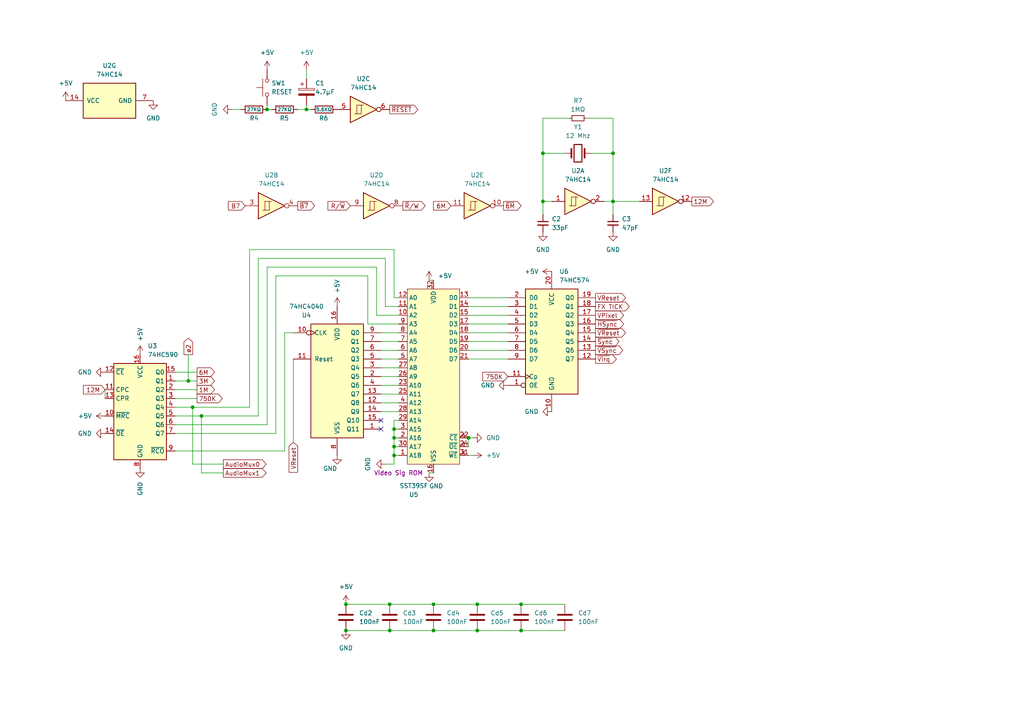
<source format=kicad_sch>
(kicad_sch (version 20230121) (generator eeschema)
  (paper "A4")
  (title_block (title "Clock and Reset"))
  (lib_symbols
    (symbol "4xxx:4040" (pin_names (offset 1.016))
      (property "Reference" "U" (at -7.62 16.51 0))
      (property "Value" "4040" (at -7.62 -19.05 0))
      (symbol "4040_1_0"
        (pin output line (at 12.7 -15.24 180) (length 5.08) (name "Q11") (number "1"))
        (pin input inverted_clock (at -12.7 12.7 0) (length 5.08) (name "CLK") (number "10"))
        (pin input line (at -12.7 5.08 0) (length 5.08) (name "Reset") (number "11"))
        (pin output line (at 12.7 -7.62 180) (length 5.08) (name "Q8") (number "12"))
        (pin output line (at 12.7 -5.08 180) (length 5.08) (name "Q7") (number "13"))
        (pin output line (at 12.7 -10.16 180) (length 5.08) (name "Q9") (number "14"))
        (pin output line (at 12.7 -12.7 180) (length 5.08) (name "Q10") (number "15"))
        (pin power_in line (at 0 20.32 270) (length 5.08) (name "VDD") (number "16"))
        (pin output line (at 12.7 0 180) (length 5.08) (name "Q5") (number "2"))
        (pin output line (at 12.7 2.54 180) (length 5.08) (name "Q4") (number "3"))
        (pin output line (at 12.7 -2.54 180) (length 5.08) (name "Q6") (number "4"))
        (pin output line (at 12.7 5.08 180) (length 5.08) (name "Q3") (number "5"))
        (pin output line (at 12.7 7.62 180) (length 5.08) (name "Q2") (number "6"))
        (pin output line (at 12.7 10.16 180) (length 5.08) (name "Q1") (number "7"))
        (pin power_in line (at 0 -22.86 90) (length 5.08) (name "VSS") (number "8"))
        (pin output line (at 12.7 12.7 180) (length 5.08) (name "Q0") (number "9"))
      )
      (symbol "4040_1_1"
        (rectangle (start -7.62 15.24) (end 7.62 -17.78) (stroke (width 0.254)) (fill (type background)))
      )
    )
    (symbol "74xx:74HC14" (pin_names (offset 1.016))
      (property "Reference" "U" (at 0 1.27 0))
      (property "Value" "74HC14" (at 0 -1.27 0))
      (symbol "74HC14_1_0"
        (polyline (pts (xy -3.81 3.81) (xy -3.81 -3.81) (xy 3.81 0) (xy -3.81 3.81)) (stroke (width 0.254)) (fill (type background)))
        (pin input line (at -7.62 0 0) (length 3.81) (name "~") (number "1"))
        (pin output inverted (at 7.62 0 180) (length 3.81) (name "~") (number "2"))
      )
      (symbol "74HC14_1_1"
        (polyline (pts (xy -1.905 -1.27) (xy -1.905 1.27) (xy -0.635 1.27)))
        (polyline (pts (xy -2.54 -1.27) (xy -0.635 -1.27) (xy -0.635 1.27) (xy 0 1.27)))
      )
      (symbol "74HC14_2_0"
        (polyline (pts (xy -3.81 3.81) (xy -3.81 -3.81) (xy 3.81 0) (xy -3.81 3.81)) (stroke (width 0.254)) (fill (type background)))
        (pin input line (at -7.62 0 0) (length 3.81) (name "~") (number "3"))
        (pin output inverted (at 7.62 0 180) (length 3.81) (name "~") (number "4"))
      )
      (symbol "74HC14_2_1"
        (polyline (pts (xy -1.905 -1.27) (xy -1.905 1.27) (xy -0.635 1.27)))
        (polyline (pts (xy -2.54 -1.27) (xy -0.635 -1.27) (xy -0.635 1.27) (xy 0 1.27)))
      )
      (symbol "74HC14_3_0"
        (polyline (pts (xy -3.81 3.81) (xy -3.81 -3.81) (xy 3.81 0) (xy -3.81 3.81)) (stroke (width 0.254)) (fill (type background)))
        (pin input line (at -7.62 0 0) (length 3.81) (name "~") (number "5"))
        (pin output inverted (at 7.62 0 180) (length 3.81) (name "~") (number "6"))
      )
      (symbol "74HC14_3_1"
        (polyline (pts (xy -1.905 -1.27) (xy -1.905 1.27) (xy -0.635 1.27)))
        (polyline (pts (xy -2.54 -1.27) (xy -0.635 -1.27) (xy -0.635 1.27) (xy 0 1.27)))
      )
      (symbol "74HC14_4_0"
        (polyline (pts (xy -3.81 3.81) (xy -3.81 -3.81) (xy 3.81 0) (xy -3.81 3.81)) (stroke (width 0.254)) (fill (type background)))
        (pin output inverted (at 7.62 0 180) (length 3.81) (name "~") (number "8"))
        (pin input line (at -7.62 0 0) (length 3.81) (name "~") (number "9"))
      )
      (symbol "74HC14_4_1"
        (polyline (pts (xy -1.905 -1.27) (xy -1.905 1.27) (xy -0.635 1.27)))
        (polyline (pts (xy -2.54 -1.27) (xy -0.635 -1.27) (xy -0.635 1.27) (xy 0 1.27)))
      )
      (symbol "74HC14_5_0"
        (polyline (pts (xy -3.81 3.81) (xy -3.81 -3.81) (xy 3.81 0) (xy -3.81 3.81)) (stroke (width 0.254)) (fill (type background)))
        (pin output inverted (at 7.62 0 180) (length 3.81) (name "~") (number "10"))
        (pin input line (at -7.62 0 0) (length 3.81) (name "~") (number "11"))
      )
      (symbol "74HC14_5_1"
        (polyline (pts (xy -1.905 -1.27) (xy -1.905 1.27) (xy -0.635 1.27)))
        (polyline (pts (xy -2.54 -1.27) (xy -0.635 -1.27) (xy -0.635 1.27) (xy 0 1.27)))
      )
      (symbol "74HC14_6_0"
        (polyline (pts (xy -3.81 3.81) (xy -3.81 -3.81) (xy 3.81 0) (xy -3.81 3.81)) (stroke (width 0.254)) (fill (type background)))
        (pin output inverted (at 7.62 0 180) (length 3.81) (name "~") (number "12"))
        (pin input line (at -7.62 0 0) (length 3.81) (name "~") (number "13"))
      )
      (symbol "74HC14_6_1"
        (polyline (pts (xy -1.905 -1.27) (xy -1.905 1.27) (xy -0.635 1.27)))
        (polyline (pts (xy -2.54 -1.27) (xy -0.635 -1.27) (xy -0.635 1.27) (xy 0 1.27)))
      )
      (symbol "74HC14_7_0"
        (pin power_in line (at 0 12.7 270) (length 5.08) (name "VCC") (number "14"))
        (pin power_in line (at 0 -12.7 90) (length 5.08) (name "GND") (number "7"))
      )
      (symbol "74HC14_7_1"
        (rectangle (start -5.08 7.62) (end 5.08 -7.62) (stroke (width 0.254)) (fill (type background)))
      )
    )
    (symbol "74xx:74HC590"
      (property "Reference" "U" (at -7.62 16.51 0))
      (property "Value" "74HC590" (at -7.62 -13.97 0))
      (symbol "74HC590_1_0"
        (pin tri_state line (at 10.16 10.16 180) (length 2.54) (name "Q1") (number "1"))
        (pin input line (at -10.16 0 0) (length 2.54) (name "~{MRC}") (number "10"))
        (pin input line (at -10.16 7.62 0) (length 2.54) (name "CPC") (number "11"))
        (pin input line (at -10.16 12.7 0) (length 2.54) (name "~{CE}") (number "12"))
        (pin input line (at -10.16 5.08 0) (length 2.54) (name "CPR") (number "13"))
        (pin input line (at -10.16 -5.08 0) (length 2.54) (name "~{OE}") (number "14"))
        (pin tri_state line (at 10.16 12.7 180) (length 2.54) (name "Q0") (number "15"))
        (pin power_in line (at 0 17.78 270) (length 2.54) (name "VCC") (number "16"))
        (pin tri_state line (at 10.16 7.62 180) (length 2.54) (name "Q2") (number "2"))
        (pin tri_state line (at 10.16 5.08 180) (length 2.54) (name "Q3") (number "3"))
        (pin tri_state line (at 10.16 2.54 180) (length 2.54) (name "Q4") (number "4"))
        (pin tri_state line (at 10.16 0 180) (length 2.54) (name "Q5") (number "5"))
        (pin tri_state line (at 10.16 -2.54 180) (length 2.54) (name "Q6") (number "6"))
        (pin tri_state line (at 10.16 -5.08 180) (length 2.54) (name "Q7") (number "7"))
        (pin power_in line (at 0 -15.24 90) (length 2.54) (name "GND") (number "8"))
        (pin output line (at 10.16 -10.16 180) (length 2.54) (name "~{RCO}") (number "9"))
      )
      (symbol "74HC590_1_1"
        (rectangle (start -7.62 15.24) (end 7.62 -12.7) (stroke (width 0.254)) (fill (type background)))
      )
    )
    (symbol "74xx:74HCT574" (pin_names (offset 1.016))
      (property "Reference" "U" (at -7.62 16.51 0))
      (property "Value" "74HCT574" (at -7.62 -16.51 0))
      (symbol "74HCT574_1_0"
        (pin input inverted (at -12.7 -12.7 0) (length 5.08) (name "OE") (number "1"))
        (pin power_in line (at 0 -20.32 90) (length 5.08) (name "GND") (number "10"))
        (pin input clock (at -12.7 -10.16 0) (length 5.08) (name "Cp") (number "11"))
        (pin tri_state line (at 12.7 -5.08 180) (length 5.08) (name "Q7") (number "12"))
        (pin tri_state line (at 12.7 -2.54 180) (length 5.08) (name "Q6") (number "13"))
        (pin tri_state line (at 12.7 0 180) (length 5.08) (name "Q5") (number "14"))
        (pin tri_state line (at 12.7 2.54 180) (length 5.08) (name "Q4") (number "15"))
        (pin tri_state line (at 12.7 5.08 180) (length 5.08) (name "Q3") (number "16"))
        (pin tri_state line (at 12.7 7.62 180) (length 5.08) (name "Q2") (number "17"))
        (pin tri_state line (at 12.7 10.16 180) (length 5.08) (name "Q1") (number "18"))
        (pin tri_state line (at 12.7 12.7 180) (length 5.08) (name "Q0") (number "19"))
        (pin input line (at -12.7 12.7 0) (length 5.08) (name "D0") (number "2"))
        (pin power_in line (at 0 20.32 270) (length 5.08) (name "VCC") (number "20"))
        (pin input line (at -12.7 10.16 0) (length 5.08) (name "D1") (number "3"))
        (pin input line (at -12.7 7.62 0) (length 5.08) (name "D2") (number "4"))
        (pin input line (at -12.7 5.08 0) (length 5.08) (name "D3") (number "5"))
        (pin input line (at -12.7 2.54 0) (length 5.08) (name "D4") (number "6"))
        (pin input line (at -12.7 0 0) (length 5.08) (name "D5") (number "7"))
        (pin input line (at -12.7 -2.54 0) (length 5.08) (name "D6") (number "8"))
        (pin input line (at -12.7 -5.08 0) (length 5.08) (name "D7") (number "9"))
      )
      (symbol "74HCT574_1_1"
        (rectangle (start -7.62 15.24) (end 7.62 -15.24) (stroke (width 0.254)) (fill (type background)))
      )
    )
    (symbol "Device:C" (pin_numbers hide) (pin_names (offset 0.254))
      (property "Reference" "C" (at 0.635 2.54 0))
      (property "Value" "C" (at 0.635 -2.54 0))
      (symbol "C_0_1"
        (polyline (pts (xy -2.032 -0.762) (xy 2.032 -0.762)) (stroke (width 0.508)))
        (polyline (pts (xy -2.032 0.762) (xy 2.032 0.762)) (stroke (width 0.508)))
      )
      (symbol "C_1_1"
        (pin passive line (at 0 3.81 270) (length 2.794) (name "~") (number "1"))
        (pin passive line (at 0 -3.81 90) (length 2.794) (name "~") (number "2"))
      )
    )
    (symbol "Device:C_Polarized" (pin_numbers hide) (pin_names (offset 0.254))
      (property "Reference" "C" (at 0.635 2.54 0))
      (property "Value" "C_Polarized" (at 0.635 -2.54 0))
      (symbol "C_Polarized_0_1"
        (rectangle (start -2.286 0.508) (end 2.286 1.016))
        (polyline (pts (xy -1.778 2.286) (xy -0.762 2.286)))
        (polyline (pts (xy -1.27 2.794) (xy -1.27 1.778)))
        (rectangle (start 2.286 -0.508) (end -2.286 -1.016) (fill (type outline)))
      )
      (symbol "C_Polarized_1_1"
        (pin passive line (at 0 3.81 270) (length 2.794) (name "~") (number "1"))
        (pin passive line (at 0 -3.81 90) (length 2.794) (name "~") (number "2"))
      )
    )
    (symbol "Device:C_Small" (pin_numbers hide) (pin_names (offset 0.254) hide)
      (property "Reference" "C" (at 0.254 1.778 0))
      (property "Value" "C_Small" (at 0.254 -2.032 0))
      (symbol "C_Small_0_1"
        (polyline (pts (xy -1.524 -0.508) (xy 1.524 -0.508)) (stroke (width 0.3302)))
        (polyline (pts (xy -1.524 0.508) (xy 1.524 0.508)) (stroke (width 0.3048)))
      )
      (symbol "C_Small_1_1"
        (pin passive line (at 0 2.54 270) (length 2.032) (name "~") (number "1"))
        (pin passive line (at 0 -2.54 90) (length 2.032) (name "~") (number "2"))
      )
    )
    (symbol "Device:Crystal" (pin_numbers hide) (pin_names (offset 1.016) hide)
      (property "Reference" "Y" (at 0 3.81 0))
      (property "Value" "Crystal" (at 0 -3.81 0))
      (symbol "Crystal_0_1"
        (rectangle (start -1.143 2.54) (end 1.143 -2.54) (stroke (width 0.3048)))
        (polyline (pts (xy -2.54 0) (xy -1.905 0)))
        (polyline (pts (xy -1.905 -1.27) (xy -1.905 1.27)) (stroke (width 0.508)))
        (polyline (pts (xy 1.905 -1.27) (xy 1.905 1.27)) (stroke (width 0.508)))
        (polyline (pts (xy 2.54 0) (xy 1.905 0)))
      )
      (symbol "Crystal_1_1"
        (pin passive line (at -3.81 0 0) (length 1.27) (name "1") (number "1"))
        (pin passive line (at 3.81 0 180) (length 1.27) (name "2") (number "2"))
      )
    )
    (symbol "Device:R" (pin_numbers hide) (pin_names (offset 0))
      (property "Reference" "R" (at 2.032 0 90))
      (property "Value" "R" (at 0 0 90))
      (symbol "R_0_1"
        (rectangle (start -1.016 -2.54) (end 1.016 2.54) (stroke (width 0.254)))
      )
      (symbol "R_1_1"
        (pin passive line (at 0 3.81 270) (length 1.27) (name "~") (number "1"))
        (pin passive line (at 0 -3.81 90) (length 1.27) (name "~") (number "2"))
      )
    )
    (symbol "Device:R_Small" (pin_numbers hide) (pin_names (offset 0.254) hide)
      (property "Reference" "R" (at 0.762 0.508 0))
      (property "Value" "R_Small" (at 0.762 -1.016 0))
      (symbol "R_Small_0_1"
        (rectangle (start -0.762 1.778) (end 0.762 -1.778) (stroke (width 0.2032)))
      )
      (symbol "R_Small_1_1"
        (pin passive line (at 0 2.54 270) (length 0.762) (name "~") (number "1"))
        (pin passive line (at 0 -2.54 90) (length 0.762) (name "~") (number "2"))
      )
    )
    (symbol "Memory_Lib:SST39SF040"
      (property "Reference" "U" (at 11.43 54.61 0))
      (property "Value" "SST39SF040" (at 19.05 52.07 0))
      (symbol "SST39SF040_1_1"
        (rectangle (start 0 50.8) (end 15.24 0) (fill (type background)))
        (pin input line (at -2.54 2.54 0) (length 2.54) (name "A18") (number "1"))
        (pin input line (at -2.54 43.18 0) (length 2.54) (name "A2") (number "10"))
        (pin input line (at -2.54 45.72 0) (length 2.54) (name "A1") (number "11"))
        (pin input line (at -2.54 48.26 0) (length 2.54) (name "A0") (number "12"))
        (pin bidirectional line (at 17.78 48.26 180) (length 2.54) (name "D0") (number "13"))
        (pin bidirectional line (at 17.78 45.72 180) (length 2.54) (name "D1") (number "14"))
        (pin bidirectional line (at 17.78 43.18 180) (length 2.54) (name "D2") (number "15"))
        (pin power_in line (at 7.62 -2.54 90) (length 2.54) (name "VSS") (number "16"))
        (pin bidirectional line (at 17.78 40.64 180) (length 2.54) (name "D3") (number "17"))
        (pin bidirectional line (at 17.78 38.1 180) (length 2.54) (name "D4") (number "18"))
        (pin bidirectional line (at 17.78 35.56 180) (length 2.54) (name "D5") (number "19"))
        (pin input line (at -2.54 7.62 0) (length 2.54) (name "A16") (number "2"))
        (pin bidirectional line (at 17.78 33.02 180) (length 2.54) (name "D6") (number "20"))
        (pin bidirectional line (at 17.78 30.48 180) (length 2.54) (name "D7") (number "21"))
        (pin input input_low (at 17.78 7.62 180) (length 2.54) (name "~{CE}") (number "22"))
        (pin input line (at -2.54 22.86 0) (length 2.54) (name "A10") (number "23"))
        (pin input input_low (at 17.78 5.08 180) (length 2.54) (name "~{OE}") (number "24"))
        (pin input line (at -2.54 20.32 0) (length 2.54) (name "A11") (number "25"))
        (pin input line (at -2.54 25.4 0) (length 2.54) (name "A9") (number "26"))
        (pin input line (at -2.54 27.94 0) (length 2.54) (name "A8") (number "27"))
        (pin input line (at -2.54 15.24 0) (length 2.54) (name "A13") (number "28"))
        (pin input line (at -2.54 12.7 0) (length 2.54) (name "A14") (number "29"))
        (pin input line (at -2.54 10.16 0) (length 2.54) (name "A15") (number "3"))
        (pin input line (at -2.54 5.08 0) (length 2.54) (name "A17") (number "30"))
        (pin input input_low (at 17.78 2.54 180) (length 2.54) (name "~{WE}") (number "31"))
        (pin power_in line (at 7.62 53.34 270) (length 2.54) (name "VDD") (number "32"))
        (pin input line (at -2.54 17.78 0) (length 2.54) (name "A12") (number "4"))
        (pin input line (at -2.54 30.48 0) (length 2.54) (name "A7") (number "5"))
        (pin input line (at -2.54 33.02 0) (length 2.54) (name "A6") (number "6"))
        (pin input line (at -2.54 35.56 0) (length 2.54) (name "A5") (number "7"))
        (pin input line (at -2.54 38.1 0) (length 2.54) (name "A4") (number "8"))
        (pin input line (at -2.54 40.64 0) (length 2.54) (name "A3") (number "9"))
      )
    )
    (symbol "Switch:SW_Push" (pin_numbers hide) (pin_names (offset 1.016) hide)
      (property "Reference" "SW" (at 1.27 2.54 0))
      (property "Value" "SW_Push" (at 0 -1.524 0))
      (symbol "SW_Push_0_1"
        (circle (center -2.032 0) (radius 0.508))
        (polyline (pts (xy 0 1.27) (xy 0 3.048)))
        (polyline (pts (xy 2.54 1.27) (xy -2.54 1.27)))
        (circle (center 2.032 0) (radius 0.508))
        (pin passive line (at -5.08 0 0) (length 2.54) (name "1") (number "1"))
        (pin passive line (at 5.08 0 180) (length 2.54) (name "2") (number "2"))
      )
    )
    (symbol "power:+5V" (power) (pin_names (offset 0))
      (property "Value" "+5V" (at 0 3.556 0))
      (symbol "+5V_0_1"
        (polyline (pts (xy -0.762 1.27) (xy 0 2.54)))
        (polyline (pts (xy 0 0) (xy 0 2.54)))
        (polyline (pts (xy 0 2.54) (xy 0.762 1.27)))
      )
      (symbol "+5V_1_1"
        (pin power_in line (at 0 0 90) (length 0) hide (name "+5V") (number "1"))
      )
    )
    (symbol "power:GND" (power) (pin_names (offset 0))
      (property "Value" "GND" (at 0 -3.81 0))
      (symbol "GND_0_1"
        (polyline (pts (xy 0 0) (xy 0 -1.27) (xy 1.27 -1.27) (xy 0 -2.54) (xy -1.27 -1.27) (xy 0 -1.27)))
      )
      (symbol "GND_1_1"
        (pin power_in line (at 0 0 270) (length 0) hide (name "GND") (number "1"))
      )
    )
  )
  (junction (at 54.61 110.49))
  (junction (at 100.33 182.88))
  (junction (at 151.13 175.26))
  (junction (at 114.3 124.46))
  (junction (at 55.88 118.11))
  (junction (at 113.03 182.88))
  (junction (at 113.03 175.26))
  (junction (at 114.3 127))
  (junction (at 151.13 182.88))
  (junction (at 114.3 129.54))
  (junction (at 125.73 182.88))
  (junction (at 138.43 175.26))
  (junction (at 114.3 132.08))
  (junction (at 77.47 31.75))
  (junction (at 177.8 44.45))
  (junction (at 138.43 182.88))
  (junction (at 58.42 120.65))
  (junction (at 177.8 58.42))
  (junction (at 100.33 175.26))
  (junction (at 157.48 58.42))
  (junction (at 125.73 175.26))
  (junction (at 135.89 127))
  (junction (at 88.9 31.75))
  (junction (at 157.48 44.45))
  (no_connect (at 110.49 121.92))
  (no_connect (at 110.49 124.46))
  (wire (pts (xy 82.55 96.52) (xy 82.55 130.81)))
  (wire (pts (xy 177.8 62.23) (xy 177.8 58.42)))
  (wire (pts (xy 114.3 86.36) (xy 114.3 72.39)))
  (wire (pts (xy 170.18 34.29) (xy 177.8 34.29)))
  (wire (pts (xy 50.8 110.49) (xy 54.61 110.49)))
  (wire (pts (xy 64.77 134.62) (xy 55.88 134.62)))
  (wire (pts (xy 72.39 118.11) (xy 55.88 118.11)))
  (wire (pts (xy 58.42 120.65) (xy 50.8 120.65)))
  (wire (pts (xy 157.48 44.45) (xy 163.83 44.45)))
  (wire (pts (xy 138.43 182.88) (xy 151.13 182.88)))
  (wire (pts (xy 115.57 99.06) (xy 110.49 99.06)))
  (wire (pts (xy 58.42 120.65) (xy 74.93 120.65)))
  (wire (pts (xy 67.31 31.75) (xy 69.85 31.75)))
  (wire (pts (xy 54.61 110.49) (xy 57.15 110.49)))
  (wire (pts (xy 137.16 127) (xy 135.89 127)))
  (wire (pts (xy 72.39 72.39) (xy 114.3 72.39)))
  (wire (pts (xy 115.57 96.52) (xy 110.49 96.52)))
  (wire (pts (xy 115.57 109.22) (xy 110.49 109.22)))
  (wire (pts (xy 147.32 104.14) (xy 135.89 104.14)))
  (wire (pts (xy 77.47 31.75) (xy 77.47 30.48)))
  (wire (pts (xy 115.57 88.9) (xy 111.76 88.9)))
  (wire (pts (xy 147.32 96.52) (xy 135.89 96.52)))
  (wire (pts (xy 106.68 93.98) (xy 115.57 93.98)))
  (wire (pts (xy 151.13 182.88) (xy 163.83 182.88)))
  (wire (pts (xy 115.57 106.68) (xy 110.49 106.68)))
  (wire (pts (xy 147.32 101.6) (xy 135.89 101.6)))
  (wire (pts (xy 114.3 132.08) (xy 114.3 129.54)))
  (wire (pts (xy 85.09 128.27) (xy 85.09 104.14)))
  (wire (pts (xy 115.57 86.36) (xy 114.3 86.36)))
  (wire (pts (xy 160.02 58.42) (xy 157.48 58.42)))
  (wire (pts (xy 177.8 58.42) (xy 185.42 58.42)))
  (wire (pts (xy 30.48 113.03) (xy 30.48 115.57)))
  (wire (pts (xy 114.3 129.54) (xy 114.3 127)))
  (wire (pts (xy 115.57 127) (xy 114.3 127)))
  (wire (pts (xy 50.8 123.19) (xy 77.47 123.19)))
  (wire (pts (xy 77.47 123.19) (xy 77.47 77.47)))
  (wire (pts (xy 57.15 115.57) (xy 50.8 115.57)))
  (wire (pts (xy 115.57 129.54) (xy 114.3 129.54)))
  (wire (pts (xy 177.8 44.45) (xy 171.45 44.45)))
  (wire (pts (xy 115.57 104.14) (xy 110.49 104.14)))
  (wire (pts (xy 88.9 20.32) (xy 88.9 22.86)))
  (wire (pts (xy 115.57 116.84) (xy 110.49 116.84)))
  (wire (pts (xy 54.61 102.87) (xy 54.61 110.49)))
  (wire (pts (xy 177.8 44.45) (xy 177.8 58.42)))
  (wire (pts (xy 57.15 113.03) (xy 50.8 113.03)))
  (wire (pts (xy 177.8 34.29) (xy 177.8 44.45)))
  (wire (pts (xy 147.32 91.44) (xy 135.89 91.44)))
  (wire (pts (xy 50.8 130.81) (xy 82.55 130.81)))
  (wire (pts (xy 115.57 111.76) (xy 110.49 111.76)))
  (wire (pts (xy 111.76 74.93) (xy 74.93 74.93)))
  (wire (pts (xy 55.88 134.62) (xy 55.88 118.11)))
  (wire (pts (xy 114.3 127) (xy 114.3 124.46)))
  (wire (pts (xy 100.33 175.26) (xy 113.03 175.26)))
  (wire (pts (xy 175.26 58.42) (xy 177.8 58.42)))
  (wire (pts (xy 125.73 137.16) (xy 124.46 137.16)))
  (wire (pts (xy 114.3 121.92) (xy 115.57 121.92)))
  (wire (pts (xy 113.03 182.88) (xy 125.73 182.88)))
  (wire (pts (xy 106.68 80.01) (xy 80.01 80.01)))
  (wire (pts (xy 111.76 134.62) (xy 114.3 134.62)))
  (wire (pts (xy 137.16 132.08) (xy 135.89 132.08)))
  (wire (pts (xy 125.73 175.26) (xy 138.43 175.26)))
  (wire (pts (xy 58.42 137.16) (xy 58.42 120.65)))
  (wire (pts (xy 100.33 182.88) (xy 113.03 182.88)))
  (wire (pts (xy 77.47 77.47) (xy 109.22 77.47)))
  (wire (pts (xy 74.93 120.65) (xy 74.93 74.93)))
  (wire (pts (xy 85.09 96.52) (xy 82.55 96.52)))
  (wire (pts (xy 111.76 88.9) (xy 111.76 74.93)))
  (wire (pts (xy 135.89 127) (xy 135.89 129.54)))
  (wire (pts (xy 135.89 127) (xy 134.62 127)))
  (wire (pts (xy 78.74 31.75) (xy 77.47 31.75)))
  (wire (pts (xy 115.57 114.3) (xy 110.49 114.3)))
  (wire (pts (xy 86.36 31.75) (xy 88.9 31.75)))
  (wire (pts (xy 147.32 99.06) (xy 135.89 99.06)))
  (wire (pts (xy 88.9 30.48) (xy 88.9 31.75)))
  (wire (pts (xy 147.32 88.9) (xy 135.89 88.9)))
  (wire (pts (xy 106.68 80.01) (xy 106.68 93.98)))
  (wire (pts (xy 55.88 118.11) (xy 50.8 118.11)))
  (wire (pts (xy 109.22 77.47) (xy 109.22 91.44)))
  (wire (pts (xy 109.22 91.44) (xy 115.57 91.44)))
  (wire (pts (xy 151.13 175.26) (xy 163.83 175.26)))
  (wire (pts (xy 115.57 124.46) (xy 114.3 124.46)))
  (wire (pts (xy 157.48 44.45) (xy 157.48 58.42)))
  (wire (pts (xy 138.43 175.26) (xy 151.13 175.26)))
  (wire (pts (xy 165.1 34.29) (xy 157.48 34.29)))
  (wire (pts (xy 157.48 34.29) (xy 157.48 44.45)))
  (wire (pts (xy 72.39 72.39) (xy 72.39 118.11)))
  (wire (pts (xy 57.15 107.95) (xy 50.8 107.95)))
  (wire (pts (xy 115.57 119.38) (xy 110.49 119.38)))
  (wire (pts (xy 114.3 121.92) (xy 114.3 124.46)))
  (wire (pts (xy 125.73 182.88) (xy 138.43 182.88)))
  (wire (pts (xy 115.57 132.08) (xy 114.3 132.08)))
  (wire (pts (xy 80.01 125.73) (xy 80.01 80.01)))
  (wire (pts (xy 115.57 101.6) (xy 110.49 101.6)))
  (wire (pts (xy 147.32 86.36) (xy 135.89 86.36)))
  (wire (pts (xy 125.73 81.28) (xy 124.46 81.28)))
  (wire (pts (xy 114.3 134.62) (xy 114.3 132.08)))
  (wire (pts (xy 50.8 125.73) (xy 80.01 125.73)))
  (wire (pts (xy 147.32 93.98) (xy 135.89 93.98)))
  (wire (pts (xy 157.48 62.23) (xy 157.48 58.42)))
  (wire (pts (xy 90.17 31.75) (xy 88.9 31.75)))
  (wire (pts (xy 113.03 175.26) (xy 125.73 175.26)))
  (wire (pts (xy 64.77 137.16) (xy 58.42 137.16)))
  (global_label "~{R}{slash}W" (shape output) (at 116.84 59.69 0) (property "Intersheetrefs" "${INTERSHEET_REFS}" (effects hide)))
  (global_label "12M" (shape input) (at 30.48 113.03 180) (property "Intersheetrefs" "${INTERSHEET_REFS}" (effects hide)))
  (global_label "750K" (shape output) (at 57.15 115.57 0) (property "Intersheetrefs" "${INTERSHEET_REFS}" (effects hide)))
  (global_label "~{VIrq}" (shape output) (at 172.72 104.14 0) (property "Intersheetrefs" "${INTERSHEET_REFS}" (effects hide)))
  (global_label "~{Sync}" (shape output) (at 172.72 99.06 0) (property "Intersheetrefs" "${INTERSHEET_REFS}" (effects hide)))
  (global_label "~{RESET}" (shape output) (at 113.03 31.75 0) (property "Intersheetrefs" "${INTERSHEET_REFS}" (effects hide)))
  (global_label "~{VSync}" (shape output) (at 172.72 101.6 0) (property "Intersheetrefs" "${INTERSHEET_REFS}" (effects hide)))
  (global_label "ø2" (shape output) (at 54.61 102.87 90) (property "Intersheetrefs" "${INTERSHEET_REFS}" (effects hide)))
  (global_label "1M" (shape output) (at 57.15 113.03 0) (property "Intersheetrefs" "${INTERSHEET_REFS}" (effects hide)))
  (global_label "AudioMux1" (shape output) (at 64.77 137.16 0) (property "Intersheetrefs" "${INTERSHEET_REFS}" (effects hide)))
  (global_label "6M" (shape output) (at 57.15 107.95 0) (property "Intersheetrefs" "${INTERSHEET_REFS}" (effects hide)))
  (global_label "VReset" (shape input) (at 85.09 128.27 270) (property "Intersheetrefs" "${INTERSHEET_REFS}" (effects hide)))
  (global_label "~{6M}" (shape output) (at 146.05 59.69 0) (property "Intersheetrefs" "${INTERSHEET_REFS}" (effects hide)))
  (global_label "VReset" (shape output) (at 172.72 86.36 0) (property "Intersheetrefs" "${INTERSHEET_REFS}" (effects hide)))
  (global_label "~{HSync}" (shape output) (at 172.72 93.98 0) (property "Intersheetrefs" "${INTERSHEET_REFS}" (effects hide)))
  (global_label "12M" (shape output) (at 200.66 58.42 0) (property "Intersheetrefs" "${INTERSHEET_REFS}" (effects hide)))
  (global_label "750K" (shape input) (at 147.32 109.22 180) (property "Intersheetrefs" "${INTERSHEET_REFS}" (effects hide)))
  (global_label "3M" (shape output) (at 57.15 110.49 0) (property "Intersheetrefs" "${INTERSHEET_REFS}" (effects hide)))
  (global_label "B7" (shape input) (at 71.12 59.69 180) (property "Intersheetrefs" "${INTERSHEET_REFS}" (effects hide)))
  (global_label "R{slash}~{W}" (shape input) (at 101.6 59.69 180) (property "Intersheetrefs" "${INTERSHEET_REFS}" (effects hide)))
  (global_label "VPixel" (shape output) (at 172.72 91.44 0) (property "Intersheetrefs" "${INTERSHEET_REFS}" (effects hide)))
  (global_label "6M" (shape input) (at 130.81 59.69 180) (property "Intersheetrefs" "${INTERSHEET_REFS}" (effects hide)))
  (global_label "AudioMux0" (shape output) (at 64.77 134.62 0) (property "Intersheetrefs" "${INTERSHEET_REFS}" (effects hide)))
  (global_label "~{VReset}" (shape output) (at 172.72 96.52 0) (property "Intersheetrefs" "${INTERSHEET_REFS}" (effects hide)))
  (global_label "FX TICK" (shape output) (at 172.72 88.9 0) (property "Intersheetrefs" "${INTERSHEET_REFS}" (effects hide)))
  (global_label "~{B7}" (shape output) (at 86.36 59.69 0) (property "Intersheetrefs" "${INTERSHEET_REFS}" (effects hide)))
  (symbol (lib_id "Device:C") (at 125.73 179.07 0) (unit 1)
    (property "Reference" "Cd4" (at 129.54 177.8 0) (effects (justify left)))
    (property "Value" "100nF" (at 129.54 180.34 0) (effects (justify left)))
    (property "Footprint" "Capacitor_THT:C_Disc_D3.0mm_W2.0mm_P2.50mm" (effects hide))
  )
  (symbol (lib_id "power:GND") (at 124.46 137.16 0) (unit 1)
    (property "Reference" "#PWR025" (effects hide))
    (property "Value" "GND" (at 124.46 140.97 0) (effects (justify left)))
  )
  (symbol (lib_id "power:+5V") (at 77.47 20.32 0) (unit 1)
    (property "Reference" "#PWR016" (effects hide))
    (property "Value" "+5V" (at 77.47 15.24 0))
  )
  (symbol (lib_id "power:+5V") (at 19.05 29.21 0) (unit 1)
    (property "Reference" "#PWR09" (effects hide))
    (property "Value" "+5V" (at 19.05 24.13 0))
  )
  (symbol (lib_id "power:GND") (at 177.8 67.31 0) (unit 1)
    (property "Reference" "#PWR032" (effects hide))
    (property "Value" "GND" (at 177.8 72.39 0))
  )
  (symbol (lib_id "Device:R") (at 93.98 31.75 90) (mirror x) (unit 1)
    (property "Reference" "R6" (at 95.25 34.29 90) (effects (justify left)))
    (property "Value" "5.6KΩ" (at 93.98 31.75 90) (effects (font (size 1 1))))
    (property "Footprint" "Resistor_THT:R_Axial_DIN0204_L3.6mm_D1.6mm_P7.62mm_Horizontal" (effects hide))
  )
  (symbol (lib_id "74xx:74HC14") (at 138.43 59.69 0) (unit 5)
    (property "Reference" "U2" (at 138.43 50.8 0))
    (property "Value" "74HC14" (at 138.43 53.34 0))
    (property "Footprint" "PCM_Package_DIP_AKL:DIP-14_W7.62mm_Socket_LongPads" (effects hide))
    (property "Datasheet" "http://www.ti.com/lit/gpn/sn74HC14" (effects hide))
  )
  (symbol (lib_id "power:+5V") (at 160.02 78.74 90) (unit 1)
    (property "Reference" "#PWR030" (effects hide))
    (property "Value" "+5V" (at 156.21 78.74 90) (effects (justify left)))
  )
  (symbol (lib_id "power:GND") (at 111.76 134.62 270) (unit 1)
    (property "Reference" "#PWR023" (effects hide))
    (property "Value" "GND" (at 106.68 134.62 0))
  )
  (symbol (lib_id "Device:R") (at 82.55 31.75 90) (mirror x) (unit 1)
    (property "Reference" "R5" (at 83.82 34.29 90) (effects (justify left)))
    (property "Value" "27KΩ" (at 82.55 31.75 90) (effects (font (size 1 1))))
    (property "Footprint" "Resistor_THT:R_Axial_DIN0204_L3.6mm_D1.6mm_P7.62mm_Horizontal" (effects hide))
  )
  (symbol (lib_id "power:+5V") (at 100.33 175.26 0) (unit 1)
    (property "Reference" "#PWR021" (effects hide))
    (property "Value" "+5V" (at 100.33 170.18 0))
  )
  (symbol (lib_id "74xx:74HC14") (at 105.41 31.75 0) (unit 3)
    (property "Reference" "U2" (at 105.41 22.86 0))
    (property "Value" "74HC14" (at 105.41 25.4 0))
    (property "Footprint" "PCM_Package_DIP_AKL:DIP-14_W7.62mm_Socket_LongPads" (effects hide))
    (property "Datasheet" "http://www.ti.com/lit/gpn/sn74HC14" (effects hide))
  )
  (symbol (lib_id "Device:C") (at 113.03 179.07 0) (unit 1)
    (property "Reference" "Cd3" (at 116.84 177.8 0) (effects (justify left)))
    (property "Value" "100nF" (at 116.84 180.34 0) (effects (justify left)))
    (property "Footprint" "Capacitor_THT:C_Disc_D3.0mm_W2.0mm_P2.50mm" (effects hide))
  )
  (symbol (lib_id "power:+5V") (at 88.9 20.32 0) (unit 1)
    (property "Reference" "#PWR018" (effects hide))
    (property "Value" "+5V" (at 88.9 15.24 0))
  )
  (symbol (lib_id "power:GND") (at 40.64 135.89 0) (unit 1)
    (property "Reference" "#PWR051" (effects hide))
    (property "Value" "GND" (at 40.64 139.7 90) (effects (justify right)))
  )
  (symbol (lib_id "power:+5V") (at 124.46 81.28 0) (unit 1)
    (property "Reference" "#PWR024" (effects hide))
    (property "Value" "+5V" (at 127 80.01 0) (effects (justify left)))
  )
  (symbol (lib_id "power:GND") (at 67.31 31.75 270) (unit 1)
    (property "Reference" "#PWR015" (effects hide))
    (property "Value" "GND" (at 62.23 31.75 0))
  )
  (symbol (lib_id "Device:C") (at 100.33 179.07 0) (unit 1)
    (property "Reference" "Cd2" (at 104.14 177.8 0) (effects (justify left)))
    (property "Value" "100nF" (at 104.14 180.34 0) (effects (justify left)))
    (property "Footprint" "Capacitor_THT:C_Disc_D3.0mm_W2.0mm_P2.50mm" (effects hide))
  )
  (symbol (lib_id "4xxx:4040") (at 97.79 109.22 0) (unit 1)
    (property "Reference" "U4" (at 88.9 91.44 0))
    (property "Value" "74HC4040" (at 88.9 88.9 0))
    (property "Footprint" "PCM_Package_DIP_AKL:DIP-16_W7.62mm_Socket_LongPads" (effects hide))
    (property "Datasheet" "http://www.intersil.com/content/dam/Intersil/documents/cd40/cd4020bms-24bms-40bms.pdf" (effects hide))
  )
  (symbol (lib_id "Device:R") (at 73.66 31.75 270) (unit 1)
    (property "Reference" "R4" (at 72.39 34.29 90) (effects (justify left)))
    (property "Value" "27KΩ" (at 73.66 31.75 90) (effects (font (size 1 1))))
    (property "Footprint" "Resistor_THT:R_Axial_DIN0204_L3.6mm_D1.6mm_P7.62mm_Horizontal" (effects hide))
  )
  (symbol (lib_id "power:GND") (at 160.02 119.38 270) (unit 1)
    (property "Reference" "#PWR031" (effects hide))
    (property "Value" "GND" (at 156.21 119.38 90) (effects (justify right)))
  )
  (symbol (lib_id "power:GND") (at 30.48 107.95 270) (unit 1)
    (property "Reference" "#PWR010" (effects hide))
    (property "Value" "GND" (at 26.67 107.95 90) (effects (justify right)))
  )
  (symbol (lib_id "Device:C_Polarized") (at 88.9 26.67 0) (unit 1)
    (property "Reference" "C1" (at 91.44 24.13 0) (effects (justify left)))
    (property "Value" "4.7µF" (at 91.44 26.67 0) (effects (justify left)))
    (property "Footprint" "Capacitor_THT:CP_Radial_D4.0mm_P1.50mm" (effects hide))
  )
  (symbol (lib_id "power:GND") (at 137.16 127 90) (unit 1)
    (property "Reference" "#PWR026" (effects hide))
    (property "Value" "GND" (at 140.97 127 90) (effects (justify right)))
  )
  (symbol (lib_id "Device:R_Small") (at 167.64 34.29 90) (unit 1)
    (property "Reference" "R7" (at 167.64 29.21 90))
    (property "Value" "1MΩ" (at 167.64 31.75 90))
    (property "Footprint" "Resistor_THT:R_Axial_DIN0204_L3.6mm_D1.6mm_P7.62mm_Horizontal" (effects hide))
  )
  (symbol (lib_id "power:+5V") (at 40.64 102.87 0) (unit 1)
    (property "Reference" "#PWR052" (effects hide))
    (property "Value" "+5V" (at 40.64 99.06 90) (effects (justify left)))
  )
  (symbol (lib_id "74xx:74HC14") (at 31.75 29.21 90) (unit 7)
    (property "Reference" "U2" (at 31.75 19.05 90))
    (property "Value" "74HC14" (at 31.75 21.59 90))
    (property "Footprint" "PCM_Package_DIP_AKL:DIP-14_W7.62mm_Socket_LongPads" (effects hide))
    (property "Datasheet" "http://www.ti.com/lit/gpn/sn74HC14" (effects hide))
  )
  (symbol (lib_id "74xx:74HC14") (at 78.74 59.69 0) (unit 2)
    (property "Reference" "U2" (at 78.74 50.8 0))
    (property "Value" "74HC14" (at 78.74 53.34 0))
    (property "Footprint" "PCM_Package_DIP_AKL:DIP-14_W7.62mm_Socket_LongPads" (effects hide))
    (property "Datasheet" "http://www.ti.com/lit/gpn/sn74HC14" (effects hide))
  )
  (symbol (lib_id "Device:Crystal") (at 167.64 44.45 0) (unit 1)
    (property "Reference" "Y1" (at 167.64 36.83 0))
    (property "Value" "12 Mhz" (at 167.64 39.37 0))
    (property "Footprint" "Crystal:Crystal_HC49-U_Vertical" (effects hide))
  )
  (symbol (lib_id "Device:C") (at 138.43 179.07 0) (unit 1)
    (property "Reference" "Cd5" (at 142.24 177.8 0) (effects (justify left)))
    (property "Value" "100nF" (at 142.24 180.34 0) (effects (justify left)))
    (property "Footprint" "Capacitor_THT:C_Disc_D3.0mm_W2.0mm_P2.50mm" (effects hide))
  )
  (symbol (lib_id "power:GND") (at 147.32 111.76 270) (unit 1)
    (property "Reference" "#PWR028" (effects hide))
    (property "Value" "GND" (at 143.51 111.76 90) (effects (justify right)))
  )
  (symbol (lib_id "74xx:74HC14") (at 193.04 58.42 0) (unit 6)
    (property "Reference" "U2" (at 193.04 49.53 0))
    (property "Value" "74HC14" (at 193.04 52.07 0))
    (property "Footprint" "PCM_Package_DIP_AKL:DIP-14_W7.62mm_Socket_LongPads" (effects hide))
    (property "Datasheet" "http://www.ti.com/lit/gpn/sn74HC14" (effects hide))
  )
  (symbol (lib_id "power:+5V") (at 137.16 132.08 270) (unit 1)
    (property "Reference" "#PWR027" (effects hide))
    (property "Value" "+5V" (at 140.97 132.08 90) (effects (justify left)))
  )
  (symbol (lib_id "74xx:74HC14") (at 167.64 58.42 0) (unit 1)
    (property "Reference" "U2" (at 167.64 49.53 0))
    (property "Value" "74HC14" (at 167.64 52.07 0))
    (property "Footprint" "PCM_Package_DIP_AKL:DIP-14_W7.62mm_Socket_LongPads" (effects hide))
    (property "Datasheet" "http://www.ti.com/lit/gpn/sn74HC14" (effects hide))
  )
  (symbol (lib_id "power:GND") (at 97.79 132.08 0) (unit 1)
    (property "Reference" "#PWR020" (effects hide))
    (property "Value" "GND" (at 97.79 135.89 0) (effects (justify right)))
  )
  (symbol (lib_id "Memory_Lib:SST39SF040") (at 118.11 134.62 0) (unit 1)
    (property "Reference" "U5" (at 120.015 143.4531 0))
    (property "Value" "SST39SF" (at 120.015 140.9131 0))
    (property "Footprint" "PCM_Package_LCC_AKL:PLCC-32_THT-Socket" (effects hide))
    (property "Datasheet" "https://ww1.microchip.com/downloads/aemDocuments/documents/OTH/ProductDocuments/DataSheets/20005022C.pdf" (effects hide))
    (property "Label" "Video Sig ROM" (at 115.57 137.16 0))
  )
  (symbol (lib_id "power:GND") (at 44.45 29.21 0) (unit 1)
    (property "Reference" "#PWR011" (effects hide))
    (property "Value" "GND" (at 44.45 34.29 0))
  )
  (symbol (lib_id "74xx:74HC14") (at 109.22 59.69 0) (unit 4)
    (property "Reference" "U2" (at 109.22 50.8 0))
    (property "Value" "74HC14" (at 109.22 53.34 0))
    (property "Footprint" "PCM_Package_DIP_AKL:DIP-14_W7.62mm_Socket_LongPads" (effects hide))
    (property "Datasheet" "http://www.ti.com/lit/gpn/sn74HC14" (effects hide))
  )
  (symbol (lib_id "power:GND") (at 100.33 182.88 0) (unit 1)
    (property "Reference" "#PWR022" (effects hide))
    (property "Value" "GND" (at 100.33 187.96 0))
  )
  (symbol (lib_id "Device:C_Small") (at 177.8 64.77 0) (unit 1)
    (property "Reference" "C3" (at 180.34 63.5063 0) (effects (justify left)))
    (property "Value" "47pF" (at 180.34 66.0463 0) (effects (justify left)))
    (property "Footprint" "Capacitor_THT:C_Disc_D3.0mm_W2.0mm_P2.50mm" (effects hide))
  )
  (symbol (lib_id "Device:C") (at 151.13 179.07 0) (unit 1)
    (property "Reference" "Cd6" (at 154.94 177.8 0) (effects (justify left)))
    (property "Value" "100nF" (at 154.94 180.34 0) (effects (justify left)))
    (property "Footprint" "Capacitor_THT:C_Disc_D3.0mm_W2.0mm_P2.50mm" (effects hide))
  )
  (symbol (lib_id "Switch:SW_Push") (at 77.47 25.4 90) (unit 1)
    (property "Reference" "SW1" (at 78.74 24.13 90) (effects (justify right)))
    (property "Value" "RESET" (at 78.74 26.67 90) (effects (justify right)))
    (property "Footprint" "Button_Switch_THT:SW_Tactile_SPST_Angled_PTS645Vx83-2LFS" (effects hide))
  )
  (symbol (lib_id "Device:C") (at 163.83 179.07 0) (unit 1)
    (property "Reference" "Cd7" (at 167.64 177.8 0) (effects (justify left)))
    (property "Value" "100nF" (at 167.64 180.34 0) (effects (justify left)))
    (property "Footprint" "Capacitor_THT:C_Disc_D3.0mm_W2.0mm_P2.50mm" (effects hide))
  )
  (symbol (lib_id "Device:C_Small") (at 157.48 64.77 0) (unit 1)
    (property "Reference" "C2" (at 160.02 63.5063 0) (effects (justify left)))
    (property "Value" "33pF" (at 160.02 66.0463 0) (effects (justify left)))
    (property "Footprint" "Capacitor_THT:C_Disc_D3.0mm_W2.0mm_P2.50mm" (effects hide))
  )
  (symbol (lib_id "74xx:74HC590") (at 40.64 120.65 0) (unit 1)
    (property "Reference" "U3" (at 42.8341 100.33 0) (effects (justify left)))
    (property "Value" "74HC590" (at 42.8341 102.87 0) (effects (justify left)))
    (property "Footprint" "PCM_Package_DIP_AKL:DIP-16_W7.62mm_Socket_LongPads" (effects hide))
    (property "Datasheet" "https://assets.nexperia.com/documents/data-sheet/74HC590.pdf" (effects hide))
  )
  (symbol (lib_id "power:+5V") (at 30.48 120.65 90) (unit 1)
    (property "Reference" "#PWR012" (effects hide))
    (property "Value" "+5V" (at 26.67 120.65 90) (effects (justify left)))
  )
  (symbol (lib_id "74xx:74HCT574") (at 160.02 99.06 0) (unit 1)
    (property "Reference" "U6" (at 162.2141 78.74 0) (effects (justify left)))
    (property "Value" "74HC574" (at 162.2141 81.28 0) (effects (justify left)))
    (property "Footprint" "PCM_Package_DIP_AKL:DIP-20_W7.62mm_Socket_LongPads" (effects hide))
    (property "Datasheet" "http://www.ti.com/lit/gpn/sn74HCT574" (effects hide))
  )
  (symbol (lib_id "power:GND") (at 157.48 67.31 0) (unit 1)
    (property "Reference" "#PWR029" (effects hide))
    (property "Value" "GND" (at 157.48 72.39 0))
  )
  (symbol (lib_id "power:GND") (at 30.48 125.73 270) (unit 1)
    (property "Reference" "#PWR041" (effects hide))
    (property "Value" "GND" (at 26.67 125.73 90) (effects (justify right)))
  )
  (symbol (lib_id "power:+5V") (at 97.79 88.9 0) (unit 1)
    (property "Reference" "#PWR019" (effects hide))
    (property "Value" "+5V" (at 97.79 85.09 90) (effects (justify left)))
  )
)
</source>
